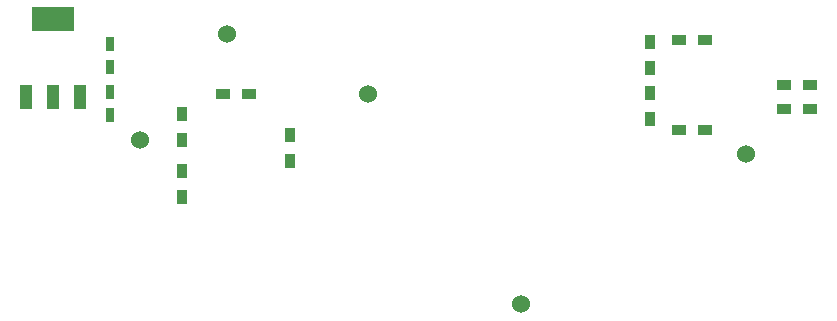
<source format=gbr>
G04 #@! TF.FileFunction,Paste,Top*
%FSLAX46Y46*%
G04 Gerber Fmt 4.6, Leading zero omitted, Abs format (unit mm)*
G04 Created by KiCad (PCBNEW 4.0.1-stable) date 1/9/2016 1:44:47 PM*
%MOMM*%
G01*
G04 APERTURE LIST*
%ADD10C,0.100000*%
%ADD11R,0.750000X1.200000*%
%ADD12R,0.900000X1.200000*%
%ADD13R,1.200000X0.900000*%
%ADD14R,3.657600X2.032000*%
%ADD15R,1.016000X2.032000*%
%ADD16C,1.524000*%
G04 APERTURE END LIST*
D10*
D11*
X37846000Y-94676000D03*
X37846000Y-92776000D03*
X37846000Y-98740000D03*
X37846000Y-96840000D03*
D12*
X43942000Y-103548000D03*
X43942000Y-105748000D03*
X43942000Y-98722000D03*
X43942000Y-100922000D03*
X53086000Y-100500000D03*
X53086000Y-102700000D03*
D13*
X47414000Y-97028000D03*
X49614000Y-97028000D03*
D12*
X83566000Y-92626000D03*
X83566000Y-94826000D03*
X83566000Y-96944000D03*
X83566000Y-99144000D03*
D13*
X88222000Y-92456000D03*
X86022000Y-92456000D03*
X88222000Y-100076000D03*
X86022000Y-100076000D03*
X94912000Y-96266000D03*
X97112000Y-96266000D03*
X97112000Y-98298000D03*
X94912000Y-98298000D03*
D14*
X33020000Y-90678000D03*
D15*
X33020000Y-97282000D03*
X35306000Y-97282000D03*
X30734000Y-97282000D03*
D16*
X47752000Y-91948000D03*
X40373300Y-100914200D03*
X59690000Y-97028000D03*
X72644000Y-114808000D03*
X91694000Y-102108000D03*
M02*

</source>
